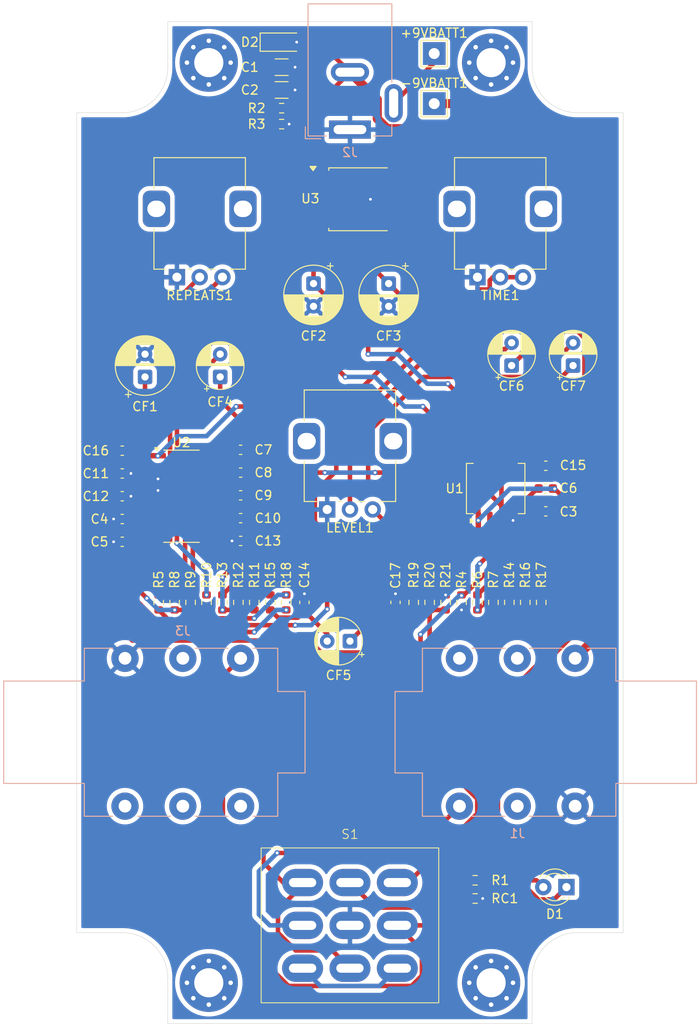
<source format=kicad_pcb>
(kicad_pcb (version 20241229) (generator "pcbnew") (generator_version "9.0")
  (layers (0 "F.Cu" signal) (2 "B.Cu" signal) (13 "F.Paste" user) (15 "B.Paste" user) (5 "F.SilkS" user "F.Silkscreen") (7 "B.SilkS" user "B.Silkscreen") (1 "F.Mask" user) (3 "B.Mask" user) (25 "Edge.Cuts" user))
  (net 0 "")
  (net 1 "+9V")
  (net 2 "GND")
  (net 3 "+4.5V")
  (net 4 "Net-(D1-K)")
  (net 5 "Net-(D1-A)")
  (net 6 "Guitar In")
  (net 7 "Guitar Out")
  (net 8 "Wet In")
  (net 9 "Wet Out")
  (net 10 "Net-(S1-Pad3)")
  (net 11 "+5V")
  (net 12 "Net-(C12-Pad1)")
  (net 13 "Net-(C13-Pad1)")
  (net 14 "Net-(C14-Pad1)")
  (net 15 "Net-(C15-Pad2)")
  (net 16 "Net-(C16-Pad2)")
  (net 17 "Buffered Signal")
  (net 18 "Net-(CF4-Pad2)")
  (net 19 "Delayed Signal")
  (net 20 "Net-(CF6-Pad2)")
  (net 21 "Net-(+9VBATT1-Pad1)")
  (net 22 "Net-(-9VBATT1-Pad1)")
  (net 23 "Net-(C3-Pad2)")
  (net 24 "Net-(U2-CC1)")
  (net 25 "Net-(U2-CC0)")
  (net 26 "Net-(U1A--)")
  (net 27 "Net-(U2-LPF1-IN)")
  (net 28 "Net-(U2-LPF1-OUT)")
  (net 29 "Net-(U2-LPF2-IN)")
  (net 30 "Net-(U2-LPF2-OUT)")
  (net 31 "Net-(U2-OP2-IN)")
  (net 32 "Net-(U2-OP2-OUT)")
  (net 33 "Net-(U2-OP1-IN)")
  (net 34 "Net-(U2-OP1-OUT)")
  (net 35 "Net-(U1B--)")
  (net 36 "Net-(C16-Pad1)")
  (net 37 "Net-(C17-Pad1)")
  (net 38 "Net-(U2-REF)")
  (net 39 "Net-(CF5-Pad1)")
  (net 40 "Net-(CF7-Pad2)")
  (net 44 "Net-(R5-Pad1)")
  (net 45 "Net-(U2-VCO)")
  (footprint "Capacitor_SMD:C_0603_1608Metric" (layer "F.Cu") (at 171.5 93.75)
    (property "Reference" "C3")
    (property "Value" "220nF" (hide yes))
  )
  (footprint "Resistor_SMD:R_0603_1608Metric" (layer "F.Cu") (at 130.75 103.75 90)
    (property "Reference" "R8")
    (property "Value" "10k" (hide yes))
  )
  (footprint "Capacitor_SMD:C_0603_1608Metric" (layer "F.Cu") (at 125 92.095)
    (property "Reference" "C12")
    (property "Value" "4.7nF" (hide yes))
  )
  (footprint "Resistor_SMD:R_0603_1608Metric" (layer "F.Cu") (at 165.75 103.75 90)
    (property "Reference" "R7")
    (property "Value" "470k" (hide yes))
  )
  (footprint "Resistor_SMD:R_0603_1608Metric" (layer "F.Cu") (at 139.5 103.75 90)
    (property "Reference" "R11")
    (property "Value" "20k" (hide yes))
  )
  (footprint "Capacitor_SMD:C_0603_1608Metric" (layer "F.Cu") (at 138 87)
    (property "Reference" "C7")
    (property "Value" "2.2nF" (hide yes))
  )
  (footprint "Package_SO:SO-16_3.9x9.9mm_P1.27mm" (layer "F.Cu") (at 131.5 92.095)
    (property "Reference" "U2")
    (property "Value" "PT2399" (hide yes))
  )
  (footprint "Capacitor_THT:CP_Radial_D5.0mm_P2.50mm" (layer "F.Cu") (at 150 108 180)
    (property "Reference" "CF5")
    (property "Value" "1uF")
  )
  (footprint "Capacitor_SMD:C_0603_1608Metric" (layer "F.Cu") (at 125 89.595)
    (property "Reference" "C11")
    (property "Value" "100nF" (hide yes))
  )
  (footprint "MountingHole:MountingHole_3.2mm_M3_Pad_Via" (layer "F.Cu") (at 134.5 44.5)
    (property "Reference" "H3" (hide yes))
    (property "Value" "MountingHole" (hide yes))
  )
  (footprint "Resistor_SMD:R_0603_1608Metric" (layer "F.Cu") (at 160.5 103.75 90)
    (property "Reference" "R21")
    (property "Value" "100k" (hide yes))
  )
  (footprint "Capacitor_THT:CP_Radial_D5.0mm_P2.50mm" (layer "F.Cu") (at 174.5 77.75 90)
    (property "Reference" "CF7")
    (property "Value" "1uF" (hide yes))
  )
  (footprint "Resistor_SMD:R_0603_1608Metric" (layer "F.Cu") (at 163.75 134.25 180)
    (property "Reference" "R1")
    (property "Value" "470R" (hide yes))
  )
  (footprint "MountingHole:MountingHole_3.2mm_M3_Pad_Via" (layer "F.Cu") (at 165.5 44.5)
    (property "Reference" "H2" (hide yes))
    (property "Value" "MountingHole" (hide yes))
  )
  (footprint "Capacitor_THT:CP_Radial_D5.0mm_P2.50mm" (layer "F.Cu") (at 135.75 79 90)
    (property "Reference" "CF4")
    (property "Value" "1uF")
  )
  (footprint "Capacitor_SMD:C_0603_1608Metric" (layer "F.Cu") (at 138 89.5)
    (property "Reference" "C8")
    (property "Value" "2.2nF" (hide yes))
  )
  (footprint "TestPoint:TestPoint_THTPad_2.5x2.5mm_Drill1.2mm" (layer "F.Cu") (at 159.25 43.5)
    (property "Reference" "+9VBATT1")
    (property "Value" "9V Batt +ve" (hide yes))
  )
  (footprint "Potentiometer_THT:Potentiometer_RK097_Single_Vertical" (layer "F.Cu") (at 147.5 93.55 90)
    (property "Reference" "LEVEL1")
    (property "Value" "50k")
  )
  (footprint "Potentiometer_THT:Potentiometer_RK097_Single_Vertical" (layer "F.Cu") (at 164 68.05 90)
    (property "Reference" "TIME1")
    (property "Value" "50k")
  )
  (footprint "Capacitor_SMD:C_0603_1608Metric" (layer "F.Cu") (at 125 94.595 180)
    (property "Reference" "C4")
    (property "Value" "100nF" (hide yes))
  )
  (footprint "Resistor_SMD:R_0603_1608Metric" (layer "F.Cu") (at 129 103.75 90)
    (property "Reference" "R5")
    (property "Value" "2.2k" (hide yes))
  )
  (footprint "Resistor_SMD:R_0603_1608Metric" (layer "F.Cu") (at 157 103.75 90)
    (property "Reference" "R19")
    (property "Value" "2k" (hide yes))
  )
  (footprint "Resistor_SMD:R_0603_1608Metric" (layer "F.Cu") (at 169.25 103.75 -90)
    (property "Reference" "R16")
    (property "Value" "20K" (hide yes))
  )
  (footprint "Resistor_SMD:R_0603_1608Metric" (layer "F.Cu") (at 167.5 103.75 90)
    (property "Reference" "R14")
    (property "Value" "22k" (hide yes))
  )
  (footprint "Capacitor_SMD:C_0603_1608Metric" (layer "F.Cu") (at 155 103.75 90)
    (property "Reference" "C17")
    (property "Value" "4.7nF" (hide yes))
  )
  (footprint "Capacitor_SMD:C_0603_1608Metric" (layer "F.Cu") (at 125 97.095 180)
    (property "Reference" "C5")
    (property "Value" "100nF" (hide yes))
  )
  (footprint "Capacitor_THT:CP_Radial_D6.3mm_P2.50mm" (layer "F.Cu") (at 154.25 68.75 -90)
    (property "Reference" "CF3")
    (property "Value" "47uF")
  )
  (footprint "Resistor_SMD:R_0603_1608Metric" (layer "F.Cu") (at 158.75 103.75 90)
    (property "Reference" "R20")
    (property "Value" "1k" (hide yes))
  )
  (footprint "Capacitor_SMD:C_0603_1608Metric" (layer "F.Cu") (at 171.5 88.75)
    (property "Reference" "C15")
    (property "Value" "100pF" (hide yes))
  )
  (footprint "Capacitor_SMD:C_0603_1608Metric" (layer "F.Cu") (at 145 103.75 90)
    (property "Reference" "C14")
    (property "Value" "10nF" (hide yes))
  )
  (footprint "Capacitor_SMD:C_1206_3216Metric" (layer "F.Cu") (at 142.5 47.5)
    (property "Reference" "C2")
    (property "Value" "47uF")
  )
  (footprint "Diode_SMD:D_SOD-123" (layer "F.Cu") (at 142.5 42.25)
    (property "Reference" "D2")
    (property "Value" "1N4148W" (hide yes))
  )
  (footprint "Capacitor_SMD:C_0603_1608Metric" (layer "F.Cu") (at 138 97 180)
    (property "Reference" "C13")
    (property "Value" "10nF" (hide yes))
  )
  (footprint "Resistor_SMD:R_0603_1608Metric" (layer "F.Cu") (at 134.25 103.75 -90)
    (property "Reference" "R10")
    (property "Value" "10k" (hide yes))
  )
  (footprint "Resistor_SMD:R_0603_1608Metric" (layer "F.Cu") (at 162.25 103.75 90)
    (property "Reference" "R4")
    (property "Value" "1M" (hide yes))
  )
  (footprint "Button_Switch_THT:3PDT Foot Switch" (layer "F.Cu") (at 150 139.2)
    (property "Reference" "S1")
    (property "Value" "Foot Switch")
  )
  (footprint "Resistor_SMD:R_0603_1608Metric" (layer "F.Cu") (at 142.5 51.25)
    (property "Reference" "R3")
    (property "Value" "10K" (hide yes))
  )
  (footprint "Resistor_SMD:R_0603_1608Metric" (layer "F.Cu") (at 137.75 103.75 90)
    (property "Reference" "R12")
    (property "Value" "10k" (hide yes))
  )
  (footprint "Capacitor_SMD:C_0603_1608Metric" (layer "F.Cu") (at 138 92)
    (property "Reference" "C9")
    (property "Value" "100nF" (hide yes))
  )
  (footprint "Capacitor_THT:CP_Radial_D6.3mm_P2.50mm" (layer "F.Cu") (at 146 68.75 -90)
    (property "Reference" "CF2")
    (property "Value" "100uF")
  )
  (footprint "Capacitor_SMD:C_0603_1608Metric" (layer "F.Cu") (at 125 87.095)
    (property "Reference" "C16")
    (property "Value" "22nF" (hide yes))
  )
  (footprint "Capacitor_THT:CP_Radial_D5.0mm_P2.50mm" (layer "F.Cu") (at 167.75 77.75 90)
    (property "Reference" "CF6")
    (property "Value" "1uF" (hide yes))
  )
  (footprint "Package_TO_SOT_SMD:TO-252-2" (layer "F.Cu") (at 150.99 59.5)
    (property "Reference" "U3")
    (property "Value" "LP2950-5.0_TO252" (hide yes))
  )
  (footprint "Capacitor_SMD:C_1206_3216Metric" (layer "F.Cu") (at 142.5 45)
    (property "Reference" "C1")
    (property "Value" "100uF" (hide yes))
  )
  (footprint "TestPoint:TestPoint_THTPad_2.5x2.5mm_Drill1.2mm" (layer "F.Cu") (at 159.25 49)
    (property "Reference" "-9VBATT1")
    (property "Value" "9V Batt -ve" (hide yes))
  )
  (footprint "Capacitor_SMD:C_0603_1608Metric" (layer "F.Cu") (at 138 94.5)
    (property "Reference" "C10")
    (property "Value" "100nF" (hide yes))
  )
  (footprint "Resistor_SMD:R_0603_1608Metric" (layer "F.Cu") (at 142.5 49.5)
    (property "Reference" "R2")
    (property "Value" "10K" (hide yes))
  )
  (footprint "LED_THT:LED_D3.0mm_Clear" (layer "F.Cu") (at 173.77 135 180)
    (property "Reference" "D1")
    (property "Value" "LED")
  )
  (footprint "Resistor_SMD:R_0603_1608Metric" (layer "F.Cu") (at 136 103.75 90)
    (property "Reference" "R13")
    (property "Value" "10k" (hide yes))
  )
  (footprint "Potentiometer_THT:Potentiometer_RK097_Single_Vertical" (layer "F.Cu") (at 131 68.05 90)
    (property "Reference" "REPEATS1")
    (property "Value" "50k")
  )
  (footprint "Resistor_SMD:R_0603_1608Metric" (layer "F.Cu") (at 171 103.75 90)
    (property "Reference" "R17")
    (property "Value" "12k" (hide yes))
  )
  (footprint "Resistor_SMD:R_0603_1608Metric" (layer "F.Cu") (at 163.75 136.25)
    (property "Reference" "RC1")
    (property "Value" "10k" (hide yes))
  )
  (footprint "Resistor_SMD:R_0603_1608Metric" (layer "F.Cu") (at 143 103.75 90)
    (property "Reference" "R18")
    (property "Value" "5.1k" (hide yes))
  )
  (footprint "Capacitor_SMD:C_0603_1608Metric" (layer "F.Cu") (at 171.5 91.25)
    (property "Reference" "C6")
    (property "Value" "47pF" (hide yes))
  )
  (footprint "MountingHole:MountingHole_3.2mm_M3_Pad_Via" (layer "F.Cu") (at 134.5 145.5)
    (property "Reference" "H4" (hide yes))
    (property "Value" "MountingHole" (hide yes))
  )
  (footprint "Package_SO:SOIC-8_5.3x6.2mm_P1.27mm" (layer "F.Cu") (at 166 91.25 90)
    (property "Reference" "U1")
    (property "Value" "TL072" (hide yes))
  )
  (footprint "Capacitor_THT:CP_Radial_D6.3mm_P2.50mm" (layer "F.Cu") (at 127.5 79 90)
    (property "Reference" "CF1")
    (property "Value" "47uF")
  )
  (footprint "Resistor_SMD:R_0603_1608Metric" (layer "F.Cu") (at 132.5 103.75 90)
    (property "Reference" "R9")
    (property "Value" "10k" (hide yes))
  )
  (footprint "MountingHole:MountingHole_3.2mm_M3_Pad_Via" (layer "F.Cu") (at 165.5 145.5)
    (property "Reference" "H1" (hide yes))
    (property "Value" "MountingHole" (hide yes))
  )
  (footprint "Resistor_SMD:R_0603_1608Metric" (layer "F.Cu") (at 164 103.75 90)
    (property "Reference" "R6")
    (property "Value" "220k" (hide yes))
  )
  (footprint "Resistor_SMD:R_0603_1608Metric" (layer "F.Cu") (at 141.25 103.75 90)
    (property "Reference" "R15")
    (property "Value" "1k" (hide yes))
  )
  (footprint "Connector_BarrelJack:BarrelJack_GCT_DCJ200-10-A_Horizontal" (layer "B.Cu") (at 150 51.85)
    (property "Reference" "J2")
    (property "Value" "DC IN")
  )
  (footprint "Connector_Audio:Jack_6.35mm_Neutrik_NMJ6HFD2_Horizontal" (layer "B.Cu") (at 138 109.885 180)
    (property "Reference" "J3")
    (property "Value" "OUT")
  )
  (footprint "Connector_Audio:Jack_6.35mm_Neutrik_NMJ6HFD2_Horizontal" (layer "B.Cu") (at 162.025 126.115)
    (property "Reference" "J1")
    (property "Value" "IN")
  )
  (gr_line (start 125 140) (end 120 140) (stroke (width 0.05)) (layer "Edge.Cuts"))
  (gr_line (start 130 40) (end 170 40) (stroke (width 0.05)) (layer "Edge.Cuts"))
  (gr_line (start 170 40) (end 170 45) (stroke (width 0.05)) (layer "Edge.Cuts"))
  (gr_line (start 180 50) (end 180 140) (stroke (width 0.05)) (layer "Edge.Cuts"))
  (gr_line (start 180 140) (end 175 140) (stroke (width 0.05)) (layer "Edge.Cuts"))
  (gr_arc (start 170 145) (mid 171.464466 141.464466) (end 175 140) (stroke (width 0.05)) (layer "Edge.Cuts"))
  (gr_arc (start 175 50) (mid 171.464466 48.535534) (end 170 45) (stroke (width 0.05)) (layer "Edge.Cuts"))
  (gr_line (start 175 50) (end 180 50) (stroke (width 0.05)) (layer "Edge.Cuts"))
  (gr_line (start 170 145) (end 170 150) (stroke (width 0.05)) (layer "Edge.Cuts"))
  (gr_line (start 120 50) (end 125 50) (stroke (width 0.05)) (layer "Edge.Cuts"))
  (gr_line (start 170 150) (end 130 150) (stroke (width 0.05)) (layer "Edge.Cuts"))
  (gr_line (start 130 45) (end 130 40) (stroke (width 0.05)) (layer "Edge.Cuts"))
  (gr_arc (start 125 140) (mid 128.535534 141.464466) (end 130 145) (stroke (width 0.05)) (layer "Edge.Cuts"))
  (gr_line (start 130 150) (end 130 145) (stroke (width 0.05)) (layer "Edge.Cuts"))
  (gr_arc (start 130 45) (mid 128.535534 48.535534) (end 125 50) (stroke (width 0.05)) (layer "Edge.Cuts"))
  (gr_line (start 120 140) (end 120 50) (stroke (width 0.05)) (layer "Edge.Cuts"))
  (segment (start 164.095 83.095) (end 160.75 79.75) (width 0.5) (layer "F.Cu") (net 1))
  (segment (start 144.25 55.52) (end 145.95 57.22) (width 0.5) (layer "F.Cu") (net 1))
  (segment (start 146 66.05) (end 146 68.75) (width 0.5) (layer "F.Cu") (net 1))
  (segment (start 139.999 48.447292) (end 139.999 46.026) (width 0.5) (layer "F.Cu") (net 1))
  (segment (start 141.025 45) (end 141.025 42.425) (width 0.5) (layer "F.Cu") (net 1))
  (segment (start 153.001 48.551) (end 150 45.55) (width 1) (layer "F.Cu") (net 1))
  (segment (start 162.925 130.575) (end 166 127.5) (width 1) (layer "F.Cu") (net 1))
  (segment (start 150 45.55) (end 145.649 41.199) (width 0.5) (layer "F.Cu") (net 1))
  (segment (start 139.999 46.026) (end 141.025 45) (width 0.5) (layer "F.Cu") (net 1))
  (segment (start 150 45.55) (end 144.25 51.3) (width 0.5) (layer "F.Cu") (net 1))
  (segment (start 154.095423 51.751) (end 153.001 50.656577) (width 1) (layer "F.Cu") (net 1))
  (segment (start 146 68.75) (end 152 74.75) (width 0.5) (layer "F.Cu") (net 1))
  (segment (start 177.551 62.067848) (end 167.234152 51.751) (width 1) (layer "F.Cu") (net 1))
  (segment (start 152 74.75) (end 152 76.25) (width 0.5) (layer "F.Cu") (net 1))
  (segment (start 145.649 41.199) (end 141.901 41.199) (width 0.5) (layer "F.Cu") (net 1))
  (segment (start 167.234152 51.751) (end 154.095423 51.751) (width 1) (layer "F.Cu") (net 1))
  (segment (start 141.051708 49.5) (end 139.999 48.447292) (width 0.5) (layer "F.Cu") (net 1))
  (segment (start 144.399 58.771) (end 144.399 64.449) (width 0.5) (layer "F.Cu") (net 1))
  (segment (start 177.551 103.946315) (end 166 115.497315) (width 1) (layer "F.Cu") (net 1))
  (segment (start 144.399 64.449) (end 146 66.05) (width 0.5) (layer "F.Cu") (net 1))
  (segment (start 162.925 134.25) (end 162.925 130.575) (width 1) (layer "F.Cu") (net 1))
  (segment (start 141.675 49.5) (end 141.051708 49.5) (width 0.5) (layer "F.Cu") (net 1))
  (segment (start 145.95 57.22) (end 144.399 58.771) (width 0.5) (layer "F.Cu") (net 1))
  (segment (start 166 115.497315) (end 166 127.5) (width 1) (layer "F.Cu") (net 1))
  (segment (start 141.901 41.199) (end 140.85 42.25) (width 0.5) (layer "F.Cu") (net 1))
  (segment (start 144.25 51.3) (end 144.25 55.52) (width 0.5) (layer "F.Cu") (net 1))
  (segment (start 177.551 62.067848) (end 177.551 103.946315) (width 1) (layer "F.Cu") (net 1))
  (segment (start 164.095 87.75) (end 164.095 83.095) (width 0.5) (layer "F.Cu") (net 1))
  (segment (start 153.001 50.656577) (end 153.001 48.551) (width 1) (layer "F.Cu") (net 1))
  (via (at 160.75 79.75) (size 0.6) (drill 0.3) (layers "F.Cu" "B.Cu") (net 1))
  (via (at 152 76.5) (size 0.6) (drill 0.3) (layers "F.Cu" "B.Cu") (net 1))
  (segment (start 155.25 76.5) (end 152 76.5) (width 0.5) (layer "B.Cu") (net 1))
  (segment (start 158.5 79.75) (end 155.25 76.5) (width 0.5) (layer "B.Cu") (net 1))
  (segment (start 160.75 79.75) (end 158.5 79.75) (width 0.5) (layer "B.Cu") (net 1))
  (via (at 143.325 51.25) (size 0.6) (drill 0.3) (layers "F.Cu" "B.Cu") (net 2))
  (via (at 124.05 97.095) (size 0.6) (drill 0.3) (layers "F.Cu" "B.Cu") (net 2))
  (via (at 125.95 92.095) (size 0.6) (drill 0.3) (layers "F.Cu" "B.Cu") (net 2))
  (via (at 145 102.8) (size 0.6) (drill 0.3) (layers "F.Cu" "B.Cu") (net 2))
  (via (at 137.05 97) (size 0.6) (drill 0.3) (layers "F.Cu" "B.Cu") (net 2))
  (via (at 160.5 102.925) (size 0.6) (drill 0.3) (layers "F.Cu" "B.Cu") (net 2))
  (via (at 125.95 89.595) (size 0.6) (drill 0.3) (layers "F.Cu" "B.Cu") (net 2))
  (via (at 162.25 104.575) (size 0.6) (drill 0.3) (layers "F.Cu" "B.Cu") (net 2))
  (via (at 128.925 91.46) (size 0.6) (drill 0.3) (layers "F.Cu" "B.Cu") (net 2))
  (via (at 167.905 94.75) (size 0.6) (drill 0.3) (layers "F.Cu" "B.Cu") (net 2))
  (via (at 155 102.8) (size 0.6) (drill 0.3) (layers "F.Cu" "B.Cu") (net 2))
  (via (at 144.15 42.25) (size 0.6) (drill 0.3) (layers "F.Cu" "B.Cu") (net 2))
  (via (at 152.25 59.5) (size 0.6) (drill 0.3) (layers "F.Cu" "B.Cu") (net 2))
  (via (at 164.575 136.25) (size 0.6) (drill 0.3) (layers "F.Cu" "B.Cu") (net 2))
  (via (at 124.05 94.595) (size 0.6) (drill 0.3) (layers "F.Cu" "B.Cu") (net 2))
  (via (at 143.975 47.5) (size 0.6) (drill 0.3) (layers "F.Cu" "B.Cu") (net 2))
  (via (at 128.925 90.19) (size 0.6) (drill 0.3) (layers "F.Cu" "B.Cu") (net 2))
  (via (at 143.975 45) (size 0.6) (drill 0.3) (layers "F.Cu" "B.Cu") (net 2))
  (segment (start 166.635 89.5541) (end 167.905 88.2841) (width 0.5) (layer "F.Cu") (net 3))
  (segment (start 166.635 94.75) (end 166.635 89.5541) (width 0.5) (layer "F.Cu") (net 3))
  (segment (start 141.675 51.25) (end 141.675 71.175) (width 0.5) (layer "F.Cu") (net 3))
  (segment (start 158 82.25) (end 161 85.25) (width 0.5) (layer "F.Cu") (net 3))
  (segment (start 141.675 71.175) (end 149.5 79) (width 0.5) (layer "F.Cu") (net 3))
  (segment (start 161 87.5) (end 166.635 93.135) (width 0.5) (layer "F.Cu") (net 3))
  (segment (start 141.325 47.5) (end 143.325 49.5) (width 0.5) (layer "F.Cu") (net 3))
  (segment (start 161 85.25) (end 161 87.5) (width 0.5) (layer "F.Cu") (net 3))
  (segment (start 143.325 49.6) (end 141.675 51.25) (width 0.5) (layer "F.Cu") (net 3))
  (segment (start 166.635 93.135) (end 166.635 94.75) (width 0.5) (layer "F.Cu") (net 3))
  (via (at 158 82.25) (size 0.6) (drill 0.3) (layers "F.Cu" "B.Cu") (net 3))
  (via (at 149.5 79) (size 0.6) (drill 0.3) (layers "F.Cu" "B.Cu") (net 3))
  (segment (start 152.75 79) (end 149.5 79) (width 0.5) (layer "B.Cu") (net 3))
  (segment (start 156 82.25) (end 152.75 79) (width 0.5) (layer "B.Cu") (net 3))
  (segment (start 158 82.25) (end 156 82.25) (width 0.5) (layer "B.Cu") (net 3))
  (segment (start 172.419 136.351) (end 173.77 135) (width 0.5) (layer "F.Cu") (net 4))
  (segment (start 169.643397 135.324) (end 170.670397 136.351) (width 0.5) (layer "F.Cu") (net 4))
  (segment (start 150 134.5) (end 152.749 137.249) (width 0.5) (layer "F.Cu") (net 4))
  (segment (start 158.683131 135.324) (end 169.643397 135.324) (width 0.5) (layer "F.Cu") (net 4))
  (segment (start 156.758131 137.249) (end 158.683131 135.324) (width 0.5) (layer "F.Cu") (net 4))
  (segment (start 152.749 137.249) (end 156.758131 137.249) (width 0.5) (layer "F.Cu") (net 4))
  (segment (start 170.670397 136.351) (end 172.419 136.351) (width 0.5) (layer "F.Cu") (net 4))
  (segment (start 164.575 134.25) (end 170.48 134.25) (width 0.5) (layer "F.Cu") (net 5))
  (segment (start 170.48 134.25) (end 171.23 135) (width 0.5) (layer "F.Cu") (net 5))
  (segment (start 156.89 131.25) (end 162.025 126.115) (width 0.5) (layer "F.Cu") (net 6))
  (segment (start 142 131.25) (end 156.89 131.25) (width 0.5) (layer "F.Cu") (net 6))
  (via (at 142 131.25) (size 0.6) (drill 0.3) (layers "F.Cu" "B.Cu") (net 6))
  (segment (start 140 133.25) (end 140 138) (width 0.5) (layer "B.Cu") (net 6))
  (segment (start 140 138) (end 141.2 139.2) (width 0.5) (layer "B.Cu") (net 6))
  (segment (start 141.2 139.2) (end 144.8 139.2) (width 0.5) (layer "B.Cu") (net 6))
  (segment (start 142 131.25) (end 140 133.25) (width 0.5) (layer "B.Cu") (net 6))
  (segment (start 136.049 111.836) (end 138 109.885) (width 0.5) (layer "F.Cu") (net 7))
  (segment (start 157.901 144.708131) (end 156.758131 145.851) (width 0.5) (layer "F.Cu") (net 7))
  (segment (start 157.901 141.901) (end 157.901 144.708131) (width 0.5) (layer "F.Cu") (net 7))
  (segment (start 136.049 138.658131) (end 136.049 111.836) (width 0.5) (layer "F.Cu") (net 7))
  (segment (start 162.925 136.25) (end 159.975 139.2) (width 0.5) (layer "F.Cu") (net 7))
  (segment (start 159.975 139.2) (end 155.2 139.2) (width 0.5) (layer "F.Cu") (net 7))
  (segment (start 155.2 139.2) (end 157.901 141.901) (width 0.5) (layer "F.Cu") (net 7))
  (segment (start 156.758131 145.851) (end 143.241869 145.851) (width 0.5) (layer "F.Cu") (net 7))
  (segment (start 143.241869 145.851) (end 136.049 138.658131) (width 0.5) (layer "F.Cu") (net 7))
  (segment (start 148.049 141.949) (end 144.039869 141.949) (width 0.5) (layer "F.Cu") (net 8))
  (segment (start 140.5 132.312075) (end 140.5 126.25) (width 0.5) (layer "F.Cu") (net 8))
  (segment (start 144.039869 141.949) (end 142.099 140.008131) (width 0.5) (layer "F.Cu") (net 8))
  (segment (start 140.5 126.25) (end 157.75 109) (width 0.5) (layer "F.Cu") (net 8))
  (segment (start 162.525464 102.925) (end 162.25 102.925) (width 0.5) (layer "F.Cu") (net 8))
  (segment (start 150 143.9) (end 148.049 141.949) (width 0.5) (layer "F.Cu") (net 8))
  (segment (start 170.55 94.900464) (end 162.525464 102.925) (width 0.5) (layer "F.Cu") (net 8))
  (segment (start 142.687925 134.5) (end 140.5 132.312075) (width 0.5) (layer "F.Cu") (net 8))
  (segment (start 144.8 134.5) (end 142.687925 134.5) (width 0.5) (layer "F.Cu") (net 8))
  (segment (start 157.75 109) (end 157.75 107.25) (width 0.5) (layer "F.Cu") (net 8))
  (segment (start 142.099 140.008131) (end 142.099 137.490364) (width 0.5) (layer "F.Cu") (net 8))
  (segment (start 142.099 137.490364) (end 144.8 134.789364) (width 0.5) (layer "F.Cu") (net 8))
  (segment (start 170.55 93.75) (end 170.55 94.900464) (width 0.5) (layer "F.Cu") (net 8))
  (via (at 162.25 103) (size 0.6) (drill 0.3) (layers "F.Cu" "B.Cu") (net 8))
  (via (at 157.75 107.25) (size 0.6) (drill 0.3) (layers "F.Cu" "B.Cu") (net 8))
  (segment (start 157.75 107.25) (end 162 103) (width 0.5) (layer "B.Cu") (net 8))
  (segment (start 162 103) (end 162.25 103) (width 0.5) (layer "B.Cu") (net 8))
  (segment (start 163.976 125.306869) (end 163.976 126.923131) (width 0.5) (layer "F.Cu") (net 9))
  (segment (start 163.976 126.923131) (end 156.399131 134.5) (width 0.5) (layer "F.Cu") (net 9))
  (segment (start 158.75 104.575) (end 158.75 120.080869) (width 0.5) (layer "F.Cu") (net 9))
  (segment (start 156.399131 134.5) (end 155.2 134.5) (width 0.5) (layer "F.Cu") (net 9))
  (segment (start 158.75 120.080869) (end 163.976 125.306869) (width 0.5) (layer "F.Cu") (net 9))
  (segment (start 158.75 104.575) (end 160.5 104.575) (width 0.5) (layer "F.Cu") (net 9))
  (segment (start 146.751 145.851) (end 144.8 143.9) (width 0.5) (layer "B.Cu") (net 10))
  (segment (start 153.249 145.851) (end 146.751 145.851) (width 0.5) (layer "B.Cu") (net 10))
  (segment (start 155.2 143.9) (end 153.249 145.851) (width 0.5) (layer "B.Cu") (net 10))
  (segment (start 156.5 75) (end 156.5 71) (width 0.5) (layer "F.Cu") (net 11))
  (segment (start 149.25 82.25) (end 156.5 75) (width 0.5) (layer "F.Cu") (net 11))
  (segment (start 156.5 71) (end 151.55 66.05) (width 0.5) (layer "F.Cu") (net 11))
  (segment (start 125.226 88.419) (end 127.281001 88.419) (width 0.5) (layer "F.Cu") (net 11))
  (segment (start 151.55 66.05) (end 150.22 66.05) (width 0.5) (layer "F.Cu") (net 11))
  (segment (start 137.5 82.25) (end 149.25 82.25) (width 0.5) (layer "F.Cu") (net 11))
  (segment (start 150.22 66.05) (end 145.95 61.78) (width 0.5) (layer "F.Cu") (net 11))
  (segment (start 128.037501 87.6625) (end 128.9125 87.6625) (width 0.5) (layer "F.Cu") (net 11))
  (segment (start 127.281001 88.419) (end 128.037501 87.6625) (width 0.5) (layer "F.Cu") (net 11))
  (segment (start 124.05 89.595) (end 125.226 88.419) (width 0.5) (layer "F.Cu") (net 11))
  (via (at 128.9125 87.6625) (size 0.6) (drill 0.3) (layers "F.Cu" "B.Cu") (net 11))
  (via (at 137.5 82.25) (size 0.6) (drill 0.3) (layers "F.Cu" "B.Cu") (net 11))
  (segment (start 134.25 85.5) (end 131.075 85.5) (width 0.5) (layer "B.Cu") (net 11))
  (segment (start 131.075 85.5) (end 128.9125 87.6625) (width 0.5) (layer "B.Cu") (net 11))
  (segment (start 137.5 82.25) (end 134.25 85.5) (width 0.5) (layer "B.Cu") (net 11))
  (segment (start 135.175 105.5) (end 139.5 105.5) (width 0.5) (layer "F.Cu") (net 12))
  (segment (start 124.225 92.095) (end 123.299 93.021) (width 0.5) (layer "F.Cu") (net 12))
  (segment (start 134.25 104.575) (end 135.175 105.5) (width 0.5) (layer "F.Cu") (net 12))
  (segment (start 123.299 98.899) (end 127.7 103.3) (width 0.5) (layer "F.Cu") (net 12))
  (segment (start 134.25 104.575) (end 130.75 104.575) (width 0.5) (layer "F.Cu") (net 12))
  (segment (start 123.299 93.021) (end 123.299 98.899) (width 0.5) (layer "F.Cu") (net 12))
  (via (at 139.5 105.5) (size 0.6) (drill 0.3) (layers "F.Cu" "B.Cu") (net 12))
  (via (at 127.7 103.3) (size 0.6) (drill 0.3) (layers "F.Cu" "B.Cu") (net 12))
  (via (at 130.75 104.575) (size 0.6) (drill 0.3) (layers "F.Cu" "B.Cu") (net 12))
  (via (at 143 102.925) (size 0.6) (drill 0.3) (layers "F.Cu" "B.Cu") (net 12))
  (segment (start 143 102.925) (end 142.075 102.925) (width 0.5) (layer "B.Cu") (net 12))
  (segment (start 130.75 104.575) (end 128.975 104.575) (width 0.5) (layer "B.Cu") (net 12))
  (segment (start 142.075 102.925) (end 139.5 105.5) (width 0.5) (layer "B.Cu") (net 12))
  (segment (start 128.975 104.575) (end 127.7 103.3) (width 0.5) (layer "B.Cu") (net 12))
  (segment (start 138.775 98.225) (end 138.775 97) (width 0.5) (layer "F.Cu") (net 13))
  (segment (start 136 101) (end 138.775 98.225) (width 0.5) (layer "F.Cu") (net 13))
  (segment (start 136 104.575) (end 139.5 104.575) (width 0.5) (layer "F.Cu") (net 13))
  (via (at 136 104.575) (size 0.6) (drill 0.3) (layers "F.Cu" "B.Cu") (net 13))
  (via (at 136 101) (size 0.6) (drill 0.3) (layers "F.Cu" "B.Cu") (net 13))
  (segment (start 136 104.575) (end 136 101) (width 0.5) (layer "B.Cu") (net 13))
  (segment (start 147.5 107.2) (end 145 104.7) (width 0.5) (layer "F.Cu") (net 14))
  (segment (start 142.101 105.426) (end 141.25 104.575) (width 0.5) (layer "F.Cu") (net 14))
  (segment (start 145 104.7) (end 144.274 105.426) (width 0.5) (layer "F.Cu") (net 14))
  (segment (start 147.5 108) (end 147.5 107.2) (width 0.5) (layer "F.Cu") (net 14))
  (segment (start 144.274 105.426) (end 142.101 105.426) (width 0.5) (layer "F.Cu") (net 14))
  (segment (start 174.803 90.603) (end 174.803 100.772) (width 0.5) (layer "F.Cu") (net 15))
  (segment (start 165.365 86.885) (end 174.5 77.75) (width 0.5) (layer "F.Cu") (net 15))
  (segment (start 165.365 87.2159) (end 165.365 86.885) (width 0.5) (layer "F.Cu") (net 15))
  (segment (start 174.803 100.772) (end 171 104.575) (width 0.5) (layer "F.Cu") (net 15))
  (segment (start 166.517001 85.648) (end 165.365 86.800001) (width 0.5) (layer "F.Cu") (net 15))
  (segment (start 172.95 88.75) (end 174.803 90.603) (width 0.5) (layer "F.Cu") (net 15))
  (segment (start 172.45 88.75) (end 169.348 85.648) (width 0.5) (layer "F.Cu") (net 15))
  (segment (start 165.365 86.800001) (end 165.365 87.75) (width 0.5) (layer "F.Cu") (net 15))
  (segment (start 169.348 85.648) (end 166.517001 85.648) (width 0.5) (layer "F.Cu") (net 15))
  (segment (start 172.45 88.75) (end 172.95 88.75) (width 0.5) (layer "F.Cu") (net 15))
  (segment (start 125.95 74.801708) (end 125.95 87.095) (width 0.5) (layer "F.Cu") (net 16))
  (segment (start 126.652708 74.099) (end 125.95 74.801708) (width 0.5) (layer "F.Cu") (net 16))
  (segment (start 129.951 74.099) (end 126.652708 74.099) (width 0.5) (layer "F.Cu") (net 16))
  (segment (start 136 68.05) (end 129.951 74.099) (width 0.5) (layer "F.Cu") (net 16))
  (segment (start 160.5 89.5) (end 164.095 93.095) (width 0.5) (layer "F.Cu") (net 17))
  (segment (start 172.475 91.275) (end 173.401 92.201) (width 0.5) (layer "F.Cu") (net 17))
  (segment (start 143.687925 89.5) (end 147.25 89.5) (width 0.5) (layer "F.Cu") (net 17))
  (segment (start 164.095 93.095) (end 164.095 94.75) (width 0.5) (layer "F.Cu") (net 17))
  (segment (start 135.75 81.562075) (end 135.75 79) (width 0.5) (layer "F.Cu") (net 17))
  (segment (start 167.4 102.925) (end 165.75 104.575) (width 0.5) (layer "F.Cu") (net 17))
  (segment (start 173.401 97.024) (end 167.5 102.925) (width 0.5) (layer "F.Cu") (net 17))
  (segment (start 135.75 81.562075) (end 143.687925 89.5) (width 0.5) (layer "F.Cu") (net 17))
  (segment (start 152.75 89.5) (end 160.5 89.5) (width 0.5) (layer "F.Cu") (net 17))
  (segment (start 173.401 92.201) (end 173.401 97.024) (width 0.5) (layer "F.Cu") (net 17))
  (via (at 172.475 91.275) (size 0.6) (drill 0.3) (layers "F.Cu" "B.Cu") (net 17))
  (via (at 152.75 89.5) (size 0.6) (drill 0.3) (layers "F.Cu" "B.Cu") (net 17))
  (via (at 164.095 94.75) (size 0.6) (drill 0.3) (layers "F.Cu" "B.Cu") (net 17))
  (via (at 147.25 89.5) (size 0.6) (drill 0.3) (layers "F.Cu" "B.Cu") (net 17))
  (segment (start 152.75 89.5) (end 147.25 89.5) (width 0.5) (layer "B.Cu") (net 17))
  (segment (start 172.475 91.275) (end 167.57 91.275) (width 0.5) (layer "B.Cu") (net 17))
  (segment (start 167.57 91.275) (end 164.095 94.75) (width 0.5) (layer "B.Cu") (net 17))
  (segment (start 131 81.25) (end 135.75 76.5) (width 0.5) (layer "F.Cu") (net 18))
  (segment (start 131 97.25) (end 131 81.25) (width 0.5) (layer "F.Cu") (net 18))
  (via (at 131 97.25) (size 0.6) (drill 0.3) (layers "F.Cu" "B.Cu") (net 18))
  (via (at 134.25 102.925) (size 0.6) (drill 0.3) (layers "F.Cu" "B.Cu") (net 18))
  (segment (start 134.25 102.925) (end 134.25 100.5) (width 0.5) (layer "B.Cu") (net 18))
  (segment (start 134.25 100.5) (end 131 97.25) (width 0.5) (layer "B.Cu") (net 18))
  (segment (start 175.751 101.225196) (end 171.550196 105.426) (width 0.5) (layer "F.Cu") (net 19))
  (segment (start 170.101 105.426) (end 169.25 104.575) (width 0.5) (layer "F.Cu") (net 19))
  (segment (start 175.018182 73.999) (end 171.501 73.999) (width 0.5) (layer "F.Cu") (net 19))
  (segment (start 175.751 101.225196) (end 175.751 74.731818) (width 0.5) (layer "F.Cu") (net 19))
  (segment (start 171.550196 105.426) (end 170.101 105.426) (width 0.5) (layer "F.Cu") (net 19))
  (segment (start 171.501 73.999) (end 167.75 77.75) (width 0.5) (layer "F.Cu") (net 19))
  (segment (start 175.751 74.731818) (end 175.018182 73.999) (width 0.5) (layer "F.Cu") (net 19))
  (segment (start 150 93.55) (end 150 85.25) (width 0.5) (layer "F.Cu") (net 20))
  (segment (start 159.3 75.95) (end 167.05 75.95) (width 0.5) (layer "F.Cu") (net 20))
  (segment (start 167.05 75.95) (end 167.75 75.25) (width 0.5) (layer "F.Cu") (net 20))
  (segment (start 150 85.25) (end 159.3 75.95) (width 0.5) (layer "F.Cu") (net 20))
  (segment (start 159.25 44.5) (end 154.8 48.95) (width 0.5) (layer "F.Cu") (net 21))
  (segment (start 174.725 109.385) (end 174.725 109.885) (width 1) (layer "F.Cu") (net 22))
  (segment (start 178.752 61.570378) (end 178.752 105.858) (width 1) (layer "F.Cu") (net 22))
  (segment (start 159.25 49) (end 166.181622 49) (width 1) (layer "F.Cu") (net 22))
  (segment (start 166.181622 49) (end 178.752 61.570378) (width 1) (layer "F.Cu") (net 22))
  (segment (start 178.752 105.858) (end 174.725 109.885) (width 1) (layer "F.Cu") (net 22))
  (segment (start 172.45 94.475) (end 164 102.925) (width 0.5) (layer "F.Cu") (net 23))
  (segment (start 172.45 93.75) (end 172.45 94.475) (width 0.5) (layer "F.Cu") (net 23))
  (segment (start 126.625 95.27) (end 128.925 95.27) (width 0.2) (layer "F.Cu") (net 24))
  (segment (start 125.775 94.595) (end 126.45 95.27) (width 0.5) (layer "F.Cu") (net 24))
  (segment (start 126.45 95.27) (end 128.925 95.27) (width 0.5) (layer "F.Cu") (net 24))
  (segment (start 125.95 94.595) (end 126.625 95.27) (width 0.2) (layer "F.Cu") (net 24))
  (segment (start 128.37 97.095) (end 128.925 96.54) (width 0.5) (layer "F.Cu") (net 25))
  (segment (start 125.775 97.095) (end 128.37 97.095) (width 0.5) (layer "F.Cu") (net 25))
  (segment (start 165.747 96.151) (end 165.365 95.769) (width 0.5) (layer "F.Cu") (net 26))
  (segment (start 164.25 99.5) (end 165.365 98.385) (width 0.5) (layer "F.Cu") (net 26))
  (segment (start 165.65 102.925) (end 164 104.575) (width 0.5) (layer "F.Cu") (net 26))
  (segment (start 168.656 93.144) (end 168.656 95.8031) (width 0.5) (layer "F.Cu") (net 26))
  (segment (start 165.365 94.75) (end 165.365 98.620936) (width 0.2) (layer "F.Cu") (net 26))
  (segment (start 165.365 98.385) (end 165.365 94.75) (width 0.5) (layer "F.Cu") (net 26))
  (segment (start 165.365 95.769) (end 165.365 94.75) (width 0.5) (layer "F.Cu") (net 26))
  (segment (start 168.3081 96.151) (end 165.747 96.151) (width 0.5) (layer "F.Cu") (net 26))
  (segment (start 168.656 95.8031) (end 168.3081 96.151) (width 0.5) (layer "F.Cu") (net 26))
  (segment (start 170.55 91.25) (end 168.656 93.144) (width 0.5) (layer "F.Cu") (net 26))
  (via (at 164 104.575) (size 0.6) (drill 0.3) (layers "F.Cu" "B.Cu") (net 26))
  (via (at 164.25 99.5) (size 0.6) (drill 0.3) (layers "F.Cu" "B.Cu") (net 26))
  (segment (start 164 99.75) (end 164.25 99.5) (width 0.5) (layer "B.Cu") (net 26))
  (segment (start 164 104.575) (end 164 99.75) (width 0.5) (layer "B.Cu") (net 26))
  (segment (start 137.225 87) (end 134.725 87) (width 0.5) (layer "F.Cu") (net 27))
  (segment (start 134.725 87) (end 134.075 87.65) (width 0.5) (layer "F.Cu") (net 27))
  (segment (start 133.200001 87.65) (end 134.075 87.65) (width 0.5) (layer "F.Cu") (net 27))
  (segment (start 130.75 102.925) (end 131.9 101.775) (width 0.5) (layer "F.Cu") (net 27))
  (segment (start 131.9 101.775) (end 131.9 88.950001) (width 0.5) (layer "F.Cu") (net 27))
  (segment (start 131.9 88.950001) (end 133.200001 87.65) (width 0.5) (layer "F.Cu") (net 27))
  (segment (start 132.5 102.925) (end 132.5 102.5) (width 0.5) (layer "F.Cu") (net 28))
  (segment (start 132.749 102.676) (end 132.749 89.696) (width 0.5) (layer "F.Cu") (net 28))
  (segment (start 138.775 87) (end 137.849 87.926) (width 0.5) (layer "F.Cu") (net 28))
  (segment (start 137.849 87.926) (end 136.903232 87.926) (width 0.5) (layer "F.Cu") (net 28))
  (segment (start 132.749 89.696) (end 133.525 88.92) (width 0.5) (layer "F.Cu") (net 28))
  (segment (start 132.5 102.925) (end 132.749 102.676) (width 0.5) (layer "F.Cu") (net 28))
  (segment (start 135.909232 88.92) (end 134.075 88.92) (width 0.5) (layer "F.Cu") (net 28))
  (segment (start 136.903232 87.926) (end 135.909232 88.92) (width 0.5) (layer "F.Cu") (net 28))
  (segment (start 137.924 90.526) (end 138.95 89.5) (width 0.2) (layer "F.Cu") (net 29))
  (segment (start 137.849 90.426) (end 136.903232 90.426) (width 0.5) (layer "F.Cu") (net 29))
  (segment (start 134.075 91.46) (end 136.04 91.46) (width 0.2) (layer "F.Cu") (net 29))
  (segment (start 136.04 91.46) (end 136.974 90.526) (width 0.2) (layer "F.Cu") (net 29))
  (segment (start 136.903232 90.426) (end 135.869232 91.46) (width 0.5) (layer "F.Cu") (net 29))
  (segment (start 140.551 91.276) (end 138.775 89.5) (width 0.5) (layer "F.Cu") (net 29))
  (segment (start 137.75 102.925) (end 140.551 100.124) (width 0.5) (layer "F.Cu") (net 29))
  (segment (start 140.551 100.124) (end 140.551 91.276) (width 0.5) (layer "F.Cu") (net 29))
  (segment (start 138.775 89.5) (end 137.849 90.426) (width 0.5) (layer "F.Cu") (net 29))
  (segment (start 135.869232 91.46) (end 134.075 91.46) (width 0.5) (layer "F.Cu") (net 29))
  (segment (start 136.974 90.526) (end 137.924 90.526) (width 0.2) (layer "F.Cu") (net 29))
  (segment (start 141.252 90.539758) (end 139.286242 88.574) (width 0.5) (layer "F.Cu") (net 30))
  (segment (start 139.5 102.925) (end 141.252 101.173) (width 0.5) (layer "F.Cu") (net 30))
  (segment (start 139.5 102.925) (end 141.25 102.925) (width 0.5) (layer "F.Cu") (net 30))
  (segment (start 138.151 88.574) (end 137.225 89.5) (width 0.5) (layer "F.Cu") (net 30))
  (segment (start 136.36 90.19) (end 137.05 89.5) (width 0.2) (layer "F.Cu") (net 30))
  (segment (start 136.775 89.5) (end 136.085 90.19) (width 0.5) (layer "F.Cu") (net 30))
  (segment (start 141.252 101.173) (end 141.252 90.539758) (width 0.5) (layer "F.Cu") (net 30))
  (segment (start 137.225 89.5) (end 136.775 89.5) (width 0.5) (layer "F.Cu") (net 30))
  (segment (start 134.075 90.19) (end 136.36 90.19) (width 0.2) (layer "F.Cu") (net 30))
  (segment (start 139.286242 88.574) (end 138.151 88.574) (width 0.5) (layer "F.Cu") (net 30))
  (segment (start 136.085 90.19) (end 134.075 90.19) (width 0.5) (layer "F.Cu") (net 30))
  (segment (start 137.924 93.026) (end 138.95 92) (width 0.2) (layer "F.Cu") (net 31))
  (segment (start 134.949999 94) (end 134.075 94) (width 0.5) (layer "F.Cu") (net 31))
  (segment (start 135.668999 93.281) (end 134.949999 94) (width 0.5) (layer "F.Cu") (net 31))
  (segment (start 137.494 93.281) (end 135.668999 93.281) (width 0.5) (layer "F.Cu") (net 31))
  (segment (start 138.775 92) (end 137.494 93.281) (width 0.5) (layer "F.Cu") (net 31))
  (segment (start 136.974 93.026) (end 137.924 93.026) (width 0.2) (layer "F.Cu") (net 31))
  (segment (start 138.383182 90.883182) (end 137.266364 92) (width 0.5) (layer "F.Cu") (net 32))
  (segment (start 136.32 92.73) (end 137.05 92) (width 0.2) (layer "F.Cu") (net 32))
  (segment (start 136.725 92.5) (end 134.305 92.5) (width 0.5) (layer "F.Cu") (net 32))
  (segment (start 136 102.925) (end 139.676 99.249) (width 0.5) (layer "F.Cu") (net 32))
  (segment (start 139.676 91.463758) (end 139.095424 90.883182) (width 0.5) (layer "F.Cu") (net 32))
  (segment (start 134.305 92.5) (end 134.075 92.73) (width 0.5) (layer "F.Cu") (net 32))
  (segment (start 134.075 92.73) (end 136.32 92.73) (width 0.2) (layer "F.Cu") (net 32))
  (segment (start 137.225 92) (end 136.725 92.5) (width 0.5) (layer "F.Cu") (net 32))
  (segment (start 140 91.53884) (end 139.43516 90.974) (width 0.2) (layer "F.Cu") (net 32))
  (segment (start 139.43516 90.974) (end 138.076 90.974) (width 0.2) (layer "F.Cu") (net 32))
  (segment (start 139.095424 90.883182) (end 138.383182 90.883182) (width 0.5) (layer "F.Cu") (net 32))
  (segment (start 139.676 99.249) (end 139.676 91.463758) (width 0.5) (layer "F.Cu") (net 32))
  (segment (start 135.668999 94.551) (end 134.949999 95.27) (width 0.5) (layer "F.Cu") (net 33))
  (segment (start 134.949999 95.27) (end 134.075 95.27) (width 0.5) (layer "F.Cu") (net 33))
  (segment (start 137.174 94.551) (end 135.668999 94.551) (width 0.5) (layer "F.Cu") (net 33))
  (segment (start 135.668999 95.821) (end 134.949999 96.54) (width 0.5) (layer "F.Cu") (net 34))
  (segment (start 134.949999 96.54) (end 135.739999 95.75) (width 0.2) (layer "F.Cu") (net 34))
  (segment (start 137.7 95.75) (end 138.95 94.5) (width 0.2) (layer "F.Cu") (net 34))
  (segment (start 135.739999 95.75) (end 137.7 95.75) (width 0.2) (layer "F.Cu") (net 34))
  (segment (start 137.454 95.821) (end 135.668999 95.821) (width 0.5) (layer "F.Cu") (net 34))
  (segment (start 134.949999 96.54) (end 134.075 96.54) (width 0.5) (layer "F.Cu") (net 34))
  (segment (start 138.775 94.5) (end 137.454 95.821) (width 0.5) (layer "F.Cu") (net 34))
  (segment (start 171.726 89.926) (end 170.55 88.75) (width 0.5) (layer "F.Cu") (net 35))
  (segment (start 169.25 102.925) (end 171 102.925) (width 0.2) (layer "F.Cu") (net 35))
  (segment (start 170.55 88.025) (end 170.55 88.75) (width 0.5) (layer "F.Cu") (net 35))
  (segment (start 167.6 104.575) (end 169.25 102.925) (width 0.2) (layer "F.Cu") (net 35))
  (segment (start 172.849292 89.926) (end 171.726 89.926) (width 0.5) (layer "F.Cu") (net 35))
  (segment (start 174.102 99.823) (end 174.102 91.178708) (width 0.5) (layer "F.Cu") (net 35))
  (segment (start 167.5019 86.349) (end 168.874 86.349) (width 0.5) (layer "F.Cu") (net 35))
  (segment (start 166.635 87.2159) (end 167.5019 86.349) (width 0.5) (layer "F.Cu") (net 35))
  (segment (start 167.5 104.575) (end 169.15 102.925) (width 0.5) (layer "F.Cu") (net 35))
  (segment (start 169.15 102.925) (end 171 102.925) (width 0.5) (layer "F.Cu") (net 35))
  (segment (start 174.102 91.178708) (end 172.849292 89.926) (width 0.5) (layer "F.Cu") (net 35))
  (segment (start 171 102.925) (end 174.102 99.823) (width 0.5) (layer "F.Cu") (net 35))
  (segment (start 168.874 86.349) (end 170.55 88.025) (width 0.5) (layer "F.Cu") (net 35))
  (segment (start 122.5 88.645) (end 124.05 87.095) (width 0.5) (layer "F.Cu") (net 36))
  (segment (start 130.023804 107) (end 122.5 99.476196) (width 0.5) (layer "F.Cu") (net 36))
  (segment (start 122.5 99.476196) (end 122.5 88.645) (width 0.5) (layer "F.Cu") (net 36))
  (segment (start 139.5 107) (end 130.023804 107) (width 0.5) (layer "F.Cu") (net 36))
  (via (at 143 104.575) (size 0.6) (drill 0.3) (layers "F.Cu" "B.Cu") (net 36))
  (via (at 139.5 107) (size 0.6) (drill 0.3) (layers "F.Cu" "B.Cu") (net 36))
  (segment (start 139.5 107) (end 141.925 104.575) (width 0.5) (layer "B.Cu") (net 36))
  (segment (start 141.925 104.575) (end 143 104.575) (width 0.5) (layer "B.Cu") (net 36))
  (segment (start 146.852708 109.251) (end 153.147292 109.251) (width 0.5) (layer "F.Cu") (net 37))
  (segment (start 145.535708 107.934) (end 146.852708 109.251) (width 0.5) (layer "F.Cu") (net 37))
  (segment (start 133.5 68.05) (end 128.152 73.398) (width 0.5) (layer "F.Cu") (net 37))
  (segment (start 153.147292 109.251) (end 157 105.398292) (width 0.5) (layer "F.Cu") (net 37))
  (segment (start 128.152 73.398) (end 126.362344 73.398) (width 0.5) (layer "F.Cu") (net 37))
  (segment (start 121.5 103.325869) (end 126.108131 107.934) (width 0.5) (layer "F.Cu") (net 37))
  (segment (start 157 105.398292) (end 157 104.575) (width 0.5) (layer "F.Cu") (net 37))
  (segment (start 126.362344 73.398) (end 121.5 78.260344) (width 0.5) (layer "F.Cu") (net 37))
  (segment (start 155 104.7) (end 156.875 104.7) (width 0.2) (layer "F.Cu") (net 37))
  (segment (start 157 104.575) (end 155.125 104.575) (width 0.5) (layer "F.Cu") (net 37))
  (segment (start 126.108131 107.934) (end 145.535708 107.934) (width 0.5) (layer "F.Cu") (net 37))
  (segment (start 121.5 78.260344) (end 121.5 103.325869) (width 0.5) (layer "F.Cu") (net 37))
  (segment (start 129.3841 88.92) (end 130.251 88.0531) (width 0.5) (layer "F.Cu") (net 38))
  (segment (start 130.251 88.0531) (end 130.251 84.451) (width 0.5) (layer "F.Cu") (net 38))
  (segment (start 127.5 81.7) (end 127.5 79) (width 0.5) (layer "F.Cu") (net 38))
  (segment (start 130.251 84.451) (end 127.5 81.7) (width 0.5) (layer "F.Cu") (net 38))
  (segment (start 150 108) (end 151.8 106.2) (width 0.5) (layer "F.Cu") (net 39))
  (segment (start 157 98.05) (end 152.5 93.55) (width 0.5) (layer "F.Cu") (net 39))
  (segment (start 151.8 106.2) (end 151.8 104.276708) (width 0.5) (layer "F.Cu") (net 39))
  (segment (start 151.8 104.276708) (end 154.227708 101.849) (width 0.5) (layer "F.Cu") (net 39))
  (segment (start 155.924 101.849) (end 157 102.925) (width 0.5) (layer "F.Cu") (net 39))
  (segment (start 154.227708 101.849) (end 155.924 101.849) (width 0.5) (layer "F.Cu") (net 39))
  (segment (start 157 102.925) (end 157 98.05) (width 0.5) (layer "F.Cu") (net 39))
  (segment (start 158.75 102.925) (end 158.75 97.5) (width 0.5) (layer "F.Cu") (net 40))
  (segment (start 158.101528 79) (end 170.75 79) (width 0.5) (layer "F.Cu") (net 40))
  (segment (start 151.999 85.102528) (end 158.101528 79) (width 0.5) (layer "F.Cu") (net 40))
  (segment (start 170.75 79) (end 174.5 75.25) (width 0.5) (layer "F.Cu") (net 40))
  (segment (start 151.999 90.749) (end 151.999 85.102528) (width 0.5) (layer "F.Cu") (net 40))
  (segment (start 158.75 97.5) (end 151.999 90.749) (width 0.5) (layer "F.Cu") (net 40))
  (segment (start 169 68.05) (end 166.5 68.05) (width 0.5) (layer "F.Cu") (net 44))
  (segment (start 165.351 68.399) (end 165.7 68.05) (width 0.5) (layer "F.Cu") (net 44))
  (segment (start 146.149 91.663075) (end 148.5 89.312075) (width 0.5) (layer "F.Cu") (net 44))
  (segment (start 165.7 68.05) (end 166.5 68.05) (width 0.5) (layer "F.Cu") (net 44))
  (segment (start 147.5 104.5) (end 147.5 96.252) (width 0.5) (layer "F.Cu") (net 44))
  (segment (start 146.149 94.901) (end 146.149 91.663075) (width 0.5) (layer "F.Cu") (net 44))
  (segment (start 148.5 89.312075) (end 148.5 85.25) (width 0.5) (layer "F.Cu") (net 44))
  (segment (start 164.349 69.401) (end 165.351 69.401) (width 0.5) (layer "F.Cu") (net 44))
  (segment (start 148.5 85.25) (end 164.349 69.401) (width 0.5) (layer "F.Cu") (net 44))
  (segment (start 165.351 69.401) (end 165.351 68.399) (width 0.5) (layer "F.Cu") (net 44))
  (segment (start 130.675 106.25) (end 144 106.25) (width 0.5) (layer "F.Cu") (net 44))
  (segment (start 129 104.575) (end 130.675 106.25) (width 0.5) (layer "F.Cu") (net 44))
  (segment (start 147.5 96.252) (end 146.149 94.901) (width 0.5) (layer "F.Cu") (net 44))
  (via (at 147.5 104.5) (size 0.6) (drill 0.3) (layers "F.Cu" "B.Cu") (net 44))
  (via (at 144 106.25) (size 0.6) (drill 0.3) (layers "F.Cu" "B.Cu") (net 44))
  (segment (start 145.75 106.25) (end 147.5 104.5) (width 0.5) (layer "B.Cu") (net 44))
  (segment (start 144 106.25) (end 145.75 106.25) (width 0.5) (layer "B.Cu") (net 44))
  (segment (start 129.799999 94) (end 128.925 94) (width 0.2) (layer "F.Cu") (net 45))
  (segment (start 130.251 96.9431) (end 130.251 94.8669) (width 0.5) (layer "F.Cu") (net 45))
  (segment (start 129 98.1941) (end 130.251 96.9431) (width 0.5) (layer "F.Cu") (net 45))
  (segment (start 130.251 94.8669) (end 129.3841 94) (width 0.5) (layer "F.Cu") (net 45))
  (segment (start 129 102.925) (end 129 98.1941) (width 0.5) (layer "F.Cu") (net 45))
  (zone (net 2) (net_name "GND") (layer "B.Cu") (connect_pads (clearance 0.5)) (min_thickness 0.25) (fill yes (thermal_gap 0.5) (thermal_bridge_width 0.5))
    (polygon (pts (xy 120 40) (xy 180 40) (xy 180 150) (xy 120 150)))
  )
)
</source>
